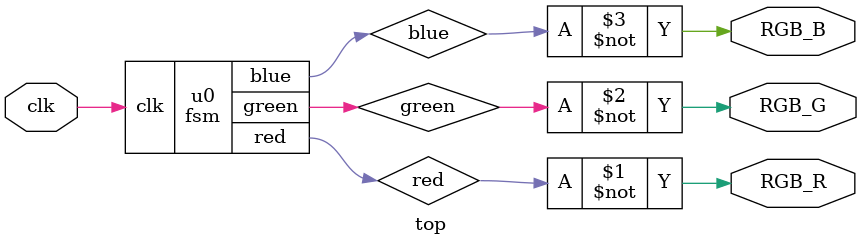
<source format=sv>

module fsm #(
    parameter BLINK_INTERVAL = 2000000, // CLK = 12MHz
    parameter MAX_BLINK_COUNT = 20
)(
    input logic clk,
    output logic red,
    output logic green,
    output logic blue,
);
    // TODO: define all 6 states (3 bits)
    localparam RED = 3'b000;
    localparam YELLOW = 3'b001;
    localparam GREEN = 3'b010;
    localparam CYAN = 3'b011;
    localparam BLUE = 3'b100;
    localparam MAGENTA = 3'b101;

    logic [2:0] current_state = RED;
    logic [2:0] next_state;

    logic next_red, next_green, next_blue;
    logic [$clog2(BLINK_INTERVAL) - 1:0] count = 0;

    // TODO: find a way to run this at the desired frequency
    always_ff @(posedge clk) begin
        current_state <= next_state;
    end

    always_ff @(posedge clk) begin
        if (count == BLINK_INTERVAL - 1) begin
            count <= 0;
            next_state= 3'bxxx;
            case (current_state)
                RED:
                    next_state = YELLOW;
                YELLOW:
                    next_state = GREEN;
                GREEN:
                    next_state = CYAN;
                CYAN:
                    next_state = BLUE;
                BLUE:
                    next_state = MAGENTA;
                MAGENTA:
                    next_state = RED;
            endcase
        end
        else begin
            count <= count + 1;
        end
    end

    // Register the FSM outputs
    always_ff @(posedge clk) begin
        red <= next_red;
        green <= next_green;
        blue <= next_blue;
    end

    always_comb begin
        // state -> RGB
        next_red = 1'b0;
        next_blue = 1'b0;
        next_green = 1'b0;
        case (current_state)
            RED:
                next_red = 1'b1;
            YELLOW: begin
                next_red = 1'b1;
                next_green = 1'b1;
            end
            GREEN:
                next_green = 1'b1;
            CYAN: begin
                next_blue = 1'b1;
                next_green = 1'b1;
            end
            BLUE:
                next_blue = 1'b1;
            MAGENTA: begin
                next_red = 1'b1;
                next_blue = 1'b1;
            end
        endcase
    end
endmodule

module top(
    input logic clk,
    output logic RGB_R,
    output logic RGB_G,
    output logic RGB_B
);
    logic red, green, blue;

    fsm u0(
        .clk(clk),
        .red    (red),
        .green  (green),
        .blue   (blue)
    );

    assign RGB_R = ~red;
    assign RGB_G = ~green;
    assign RGB_B = ~blue;
endmodule


</source>
